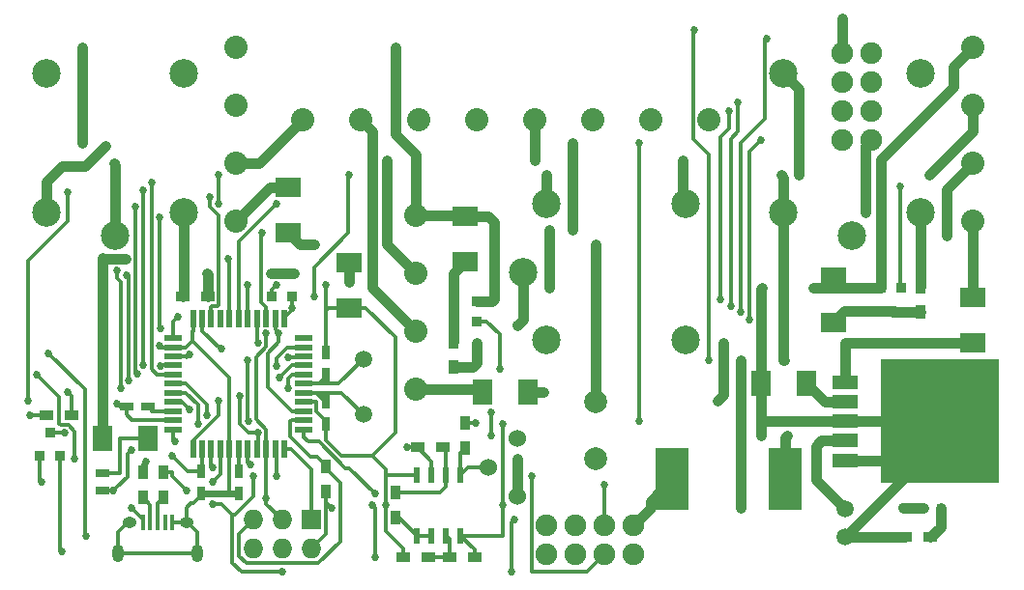
<source format=gtl>
G04 #@! TF.FileFunction,Copper,L1,Top,Signal*
%FSLAX46Y46*%
G04 Gerber Fmt 4.6, Leading zero omitted, Abs format (unit mm)*
G04 Created by KiCad (PCBNEW (2014-12-04 BZR 5312)-product) date 2/1/2015 4:22:24 PM*
%MOMM*%
G01*
G04 APERTURE LIST*
%ADD10C,0.100000*%
%ADD11R,0.550000X1.500000*%
%ADD12R,1.500000X0.550000*%
%ADD13C,1.905000*%
%ADD14C,1.501140*%
%ADD15C,2.000000*%
%ADD16R,1.800860X2.199640*%
%ADD17R,2.900000X5.400000*%
%ADD18C,1.500000*%
%ADD19R,1.200000X0.900000*%
%ADD20R,0.797560X0.797560*%
%ADD21R,2.286000X1.143000*%
%ADD22R,10.410000X10.800000*%
%ADD23C,2.500000*%
%ADD24C,2.032000*%
%ADD25R,0.750000X1.200000*%
%ADD26R,1.200000X0.750000*%
%ADD27R,0.400000X1.350000*%
%ADD28O,1.250000X0.950000*%
%ADD29O,1.000000X1.550000*%
%ADD30R,2.199640X1.800860*%
%ADD31R,1.143000X0.635000*%
%ADD32R,1.727200X1.727200*%
%ADD33O,1.727200X1.727200*%
%ADD34R,0.914400X0.914400*%
%ADD35R,0.900000X1.200000*%
%ADD36C,1.524000*%
%ADD37R,0.599440X1.399540*%
%ADD38C,0.685800*%
%ADD39C,0.889000*%
%ADD40C,0.914400*%
%ADD41C,0.304800*%
%ADD42C,0.609600*%
G04 APERTURE END LIST*
D10*
D11*
X81852000Y-59294000D03*
X82652000Y-59294000D03*
X83452000Y-59294000D03*
X84252000Y-59294000D03*
X85052000Y-59294000D03*
X85852000Y-59294000D03*
X86652000Y-59294000D03*
X87452000Y-59294000D03*
X88252000Y-59294000D03*
X89052000Y-59294000D03*
X89852000Y-59294000D03*
D12*
X91552000Y-57594000D03*
X91552000Y-56794000D03*
X91552000Y-55994000D03*
X91552000Y-55194000D03*
X91552000Y-54394000D03*
X91552000Y-53594000D03*
X91552000Y-52794000D03*
X91552000Y-51994000D03*
X91552000Y-51194000D03*
X91552000Y-50394000D03*
X91552000Y-49594000D03*
D11*
X89852000Y-47894000D03*
X89052000Y-47894000D03*
X88252000Y-47894000D03*
X87452000Y-47894000D03*
X86652000Y-47894000D03*
X85852000Y-47894000D03*
X85052000Y-47894000D03*
X84252000Y-47894000D03*
X83452000Y-47894000D03*
X82652000Y-47894000D03*
X81852000Y-47894000D03*
D12*
X80152000Y-49594000D03*
X80152000Y-50394000D03*
X80152000Y-51194000D03*
X80152000Y-51994000D03*
X80152000Y-52794000D03*
X80152000Y-53594000D03*
X80152000Y-54394000D03*
X80152000Y-55194000D03*
X80152000Y-55994000D03*
X80152000Y-56794000D03*
X80152000Y-57594000D03*
D13*
X120396000Y-66040000D03*
X117856000Y-66040000D03*
X115316000Y-66040000D03*
X112776000Y-66040000D03*
X120396000Y-68580000D03*
X117856000Y-68580000D03*
X115316000Y-68580000D03*
X112776000Y-68580000D03*
D14*
X96774000Y-51407060D03*
X96774000Y-56288940D03*
D15*
X117094000Y-60158000D03*
X117094000Y-55158000D03*
D13*
X141224000Y-24638000D03*
X138684000Y-24638000D03*
X141224000Y-27178000D03*
X138684000Y-27178000D03*
X141224000Y-29718000D03*
X138684000Y-29718000D03*
X141224000Y-32258000D03*
X138684000Y-32258000D03*
D16*
X131597400Y-53594000D03*
X135610600Y-53594000D03*
D17*
X133728000Y-61976000D03*
X123828000Y-61976000D03*
D18*
X138938000Y-67036000D03*
X138938000Y-64536000D03*
D19*
X144188000Y-67056000D03*
X146388000Y-67056000D03*
D20*
X145808700Y-64516000D03*
X147307300Y-64516000D03*
D21*
X138938000Y-55196740D03*
D22*
X147263000Y-56896000D03*
D21*
X138938000Y-58595260D03*
X138938000Y-56896000D03*
X138938000Y-53494940D03*
X138938000Y-60297060D03*
D23*
X112776000Y-49784000D03*
X112776000Y-37784000D03*
X124976000Y-37784000D03*
X124976000Y-49784000D03*
X110776000Y-43784000D03*
X81026000Y-38608000D03*
X69026000Y-38608000D03*
X69026000Y-26408000D03*
X81026000Y-26408000D03*
X75026000Y-40608000D03*
D16*
X77952600Y-58420000D03*
X73939400Y-58420000D03*
D23*
X145542000Y-38608000D03*
X133542000Y-38608000D03*
X133542000Y-26408000D03*
X145542000Y-26408000D03*
X139542000Y-40608000D03*
D24*
X101346000Y-43942000D03*
X101346000Y-49022000D03*
X101346000Y-54102000D03*
X101346000Y-38862000D03*
X85598000Y-29210000D03*
X85598000Y-34290000D03*
X85598000Y-39370000D03*
X85598000Y-24130000D03*
X150114000Y-29210000D03*
X150114000Y-34290000D03*
X150114000Y-39370000D03*
X150114000Y-24130000D03*
D25*
X85852000Y-61280000D03*
X85852000Y-63180000D03*
X82550000Y-63180000D03*
X82550000Y-61280000D03*
X93472000Y-52766000D03*
X93472000Y-50866000D03*
X93472000Y-55184000D03*
X93472000Y-57084000D03*
D26*
X76012000Y-55626000D03*
X77912000Y-55626000D03*
D27*
X77470000Y-65786000D03*
X78120000Y-65786000D03*
X78770000Y-65786000D03*
X79420000Y-65786000D03*
X80070000Y-65786000D03*
D28*
X76270000Y-65786000D03*
X81270000Y-65786000D03*
D29*
X75270000Y-68486000D03*
X82270000Y-68486000D03*
D30*
X150114000Y-45999400D03*
X150114000Y-50012600D03*
D16*
X107213400Y-54356000D03*
X111226600Y-54356000D03*
D30*
X90170000Y-36347400D03*
X90170000Y-40360600D03*
X105664000Y-38887400D03*
X105664000Y-42900600D03*
X95504000Y-46964600D03*
X95504000Y-42951400D03*
X137922000Y-44221400D03*
X137922000Y-48234600D03*
D31*
X73914000Y-61468000D03*
X73914000Y-62992000D03*
D24*
X106680000Y-30480000D03*
X111760000Y-30480000D03*
X101600000Y-30480000D03*
X116840000Y-30480000D03*
X96520000Y-30480000D03*
X91440000Y-30480000D03*
X121920000Y-30480000D03*
X127000000Y-30480000D03*
D32*
X92202000Y-65532000D03*
D33*
X92202000Y-68072000D03*
X89662000Y-65532000D03*
X89662000Y-68072000D03*
X87122000Y-65532000D03*
X87122000Y-68072000D03*
D34*
X106680000Y-46355000D03*
X106680000Y-48133000D03*
X104648000Y-47244000D03*
X90551000Y-45974000D03*
X88773000Y-45974000D03*
X89662000Y-43942000D03*
X142113000Y-45212000D03*
X143891000Y-45212000D03*
X143002000Y-47244000D03*
X70231000Y-59944000D03*
X68453000Y-59944000D03*
X69342000Y-57912000D03*
D35*
X77470000Y-63584000D03*
X77470000Y-61384000D03*
X79248000Y-63584000D03*
X79248000Y-61384000D03*
X104648000Y-52154000D03*
X104648000Y-49954000D03*
D19*
X80942000Y-45974000D03*
X83142000Y-45974000D03*
D35*
X145542000Y-45128000D03*
X145542000Y-47328000D03*
D19*
X104310000Y-68834000D03*
X106510000Y-68834000D03*
X100246000Y-68834000D03*
X102446000Y-68834000D03*
D35*
X105664000Y-59266000D03*
X105664000Y-57066000D03*
X99568000Y-65362000D03*
X99568000Y-63162000D03*
X93472000Y-60876000D03*
X93472000Y-63076000D03*
D19*
X103716000Y-59182000D03*
X101516000Y-59182000D03*
X71204000Y-56388000D03*
X69004000Y-56388000D03*
D36*
X107696000Y-60960000D03*
X110236000Y-58420000D03*
X110236000Y-63500000D03*
D37*
X101473000Y-61595000D03*
X101473000Y-66929000D03*
X102743000Y-61595000D03*
X104013000Y-61595000D03*
X105283000Y-61595000D03*
X102743000Y-66929000D03*
X104013000Y-66929000D03*
X105283000Y-66929000D03*
D38*
X111760000Y-34036000D03*
X124714000Y-34036000D03*
X98806000Y-34036000D03*
D39*
X110236000Y-48514000D03*
D38*
X70358000Y-68326000D03*
X78905110Y-50292000D03*
X75184000Y-55372000D03*
X93472000Y-44958000D03*
X138684000Y-21590000D03*
X110236000Y-60198000D03*
X98711599Y-64243737D03*
X90551000Y-46937848D03*
X99568000Y-24130000D03*
X131657154Y-45212000D03*
X108204000Y-40131617D03*
X113030000Y-40132000D03*
X113030000Y-45212000D03*
X136144000Y-45212000D03*
X67437000Y-55118000D03*
X72136000Y-32512000D03*
X72136000Y-24130000D03*
X131572000Y-58166000D03*
X70866000Y-36830000D03*
X74930000Y-34290000D03*
X134874000Y-35306000D03*
X146304000Y-35306000D03*
X115062000Y-32512000D03*
X115062000Y-40132000D03*
X147828000Y-40640000D03*
X112522000Y-54356000D03*
X75946000Y-42672000D03*
X138938000Y-50038000D03*
X128270000Y-50038000D03*
X127762000Y-55118000D03*
X117094000Y-41402000D03*
X92456000Y-41402000D03*
X86868000Y-60706000D03*
X76454000Y-59436000D03*
X74899106Y-62992000D03*
X76454000Y-64516000D03*
X80010000Y-59944000D03*
X80264000Y-58674000D03*
X93980000Y-64516000D03*
X95510057Y-35306000D03*
X92461385Y-45979385D03*
X74168000Y-32766000D03*
X70868575Y-54353425D03*
X89364474Y-49119355D03*
X80518000Y-47752000D03*
X140716000Y-38608000D03*
X106596000Y-57066000D03*
X108966000Y-57150000D03*
X108966000Y-64262000D03*
X121920000Y-64516000D03*
X129794000Y-64516000D03*
X129794000Y-51562000D03*
X133604000Y-51562000D03*
X112776000Y-35306000D03*
X133350000Y-35306000D03*
D39*
X144018000Y-64516000D03*
D38*
X95504000Y-44704000D03*
X90678000Y-43942000D03*
X88646000Y-43942000D03*
X83058000Y-43942000D03*
X137213340Y-55196740D03*
X133858000Y-58166000D03*
X70612000Y-57912000D03*
X67564000Y-56388000D03*
X76073000Y-44069000D03*
X76200000Y-53340000D03*
X84963000Y-42672000D03*
X69219357Y-50931357D03*
X72517000Y-66929000D03*
X109982000Y-65532000D03*
X109728000Y-70104000D03*
X89154000Y-61722000D03*
X87122000Y-61722000D03*
X83566000Y-64135000D03*
X71501000Y-60198000D03*
X68199000Y-52832000D03*
X89662000Y-70104000D03*
X90170000Y-53975000D03*
X75509118Y-54013110D03*
X75184000Y-43649910D03*
X88252000Y-63665089D03*
X97536000Y-64243728D03*
X97790000Y-68834000D03*
X88265000Y-49164702D03*
X78994000Y-48768000D03*
X78905110Y-38989000D03*
X89408000Y-53086000D03*
X76796890Y-38100000D03*
X76962000Y-52705000D03*
X83312000Y-37211000D03*
X77470000Y-36652220D03*
X77470000Y-51943000D03*
X78994000Y-52070000D03*
X78232000Y-35979110D03*
X84074000Y-35306000D03*
X84074000Y-37846000D03*
X87884000Y-40386000D03*
X106680000Y-50038000D03*
X81534000Y-55880000D03*
X117856000Y-62484000D03*
X82296000Y-57150000D03*
X111506000Y-61722000D03*
X132080000Y-23368000D03*
X129794000Y-47332890D03*
X90170000Y-51308000D03*
X85940890Y-54648110D03*
X125730000Y-22606000D03*
X127000000Y-51562000D03*
X87591890Y-57912000D03*
X84328000Y-50546000D03*
X128936215Y-46824890D03*
X129540000Y-28956000D03*
X120904000Y-32512000D03*
X120904000Y-56896000D03*
X107950000Y-56134000D03*
X107950000Y-58166000D03*
X83058000Y-56388000D03*
X128016000Y-46228000D03*
X128778000Y-29718000D03*
X87591890Y-50038000D03*
X130556000Y-48006000D03*
X131572000Y-32258000D03*
X89154000Y-52070000D03*
X84074000Y-55118000D03*
X108712000Y-52324000D03*
X86614000Y-44958000D03*
X89154000Y-44958000D03*
X143764000Y-36322000D03*
X89154000Y-37846000D03*
X97790000Y-63246000D03*
X68580000Y-62230000D03*
X83566000Y-60960000D03*
X77724000Y-60452000D03*
X83566000Y-62230000D03*
X81280000Y-62992000D03*
X86724461Y-56896000D03*
X86614000Y-51562000D03*
X81534000Y-51054000D03*
X100584000Y-59182000D03*
D40*
X111760000Y-30480000D02*
X111760000Y-34036000D01*
X124714000Y-37522000D02*
X124976000Y-37784000D01*
X124714000Y-34036000D02*
X124714000Y-37522000D01*
X98806000Y-41402000D02*
X101346000Y-43942000D01*
X98806000Y-34036000D02*
X98806000Y-41402000D01*
X96520000Y-30480000D02*
X97535999Y-31495999D01*
X97535999Y-31495999D02*
X97535999Y-45211999D01*
X97535999Y-45211999D02*
X100330001Y-48006001D01*
X100330001Y-48006001D02*
X101346000Y-49022000D01*
X110776000Y-43784000D02*
X110776000Y-47974000D01*
X110776000Y-47974000D02*
X110236000Y-48514000D01*
X106959400Y-54102000D02*
X107213400Y-54356000D01*
X101346000Y-54102000D02*
X106959400Y-54102000D01*
D41*
X98711599Y-61816401D02*
X98711599Y-61119599D01*
X98711599Y-61119599D02*
X97536000Y-59944000D01*
X93472000Y-57084000D02*
X93472000Y-58549126D01*
X93472000Y-58549126D02*
X94866874Y-59944000D01*
X94866874Y-59944000D02*
X97536000Y-59944000D01*
X97536000Y-59944000D02*
X99568000Y-57912000D01*
X99568000Y-57912000D02*
X99568000Y-49530000D01*
X99568000Y-49530000D02*
X97002600Y-46964600D01*
X97002600Y-46964600D02*
X95504000Y-46964600D01*
X85052000Y-59294000D02*
X85052000Y-63059800D01*
X85052000Y-63059800D02*
X85172200Y-63180000D01*
X85172200Y-63180000D02*
X85852000Y-63180000D01*
X70231000Y-59944000D02*
X70231000Y-68199000D01*
X70231000Y-68199000D02*
X70358000Y-68326000D01*
X85052000Y-59294000D02*
X85052000Y-53076800D01*
X85052000Y-53076800D02*
X81788000Y-49812800D01*
X80152000Y-50394000D02*
X79007110Y-50394000D01*
X79007110Y-50394000D02*
X78905110Y-50292000D01*
X93472000Y-57084000D02*
X93472000Y-56859000D01*
X93472000Y-56859000D02*
X92632201Y-56019201D01*
X92632201Y-56019201D02*
X92632201Y-55219401D01*
X92632201Y-55219401D02*
X92606800Y-55194000D01*
X92606800Y-55194000D02*
X91552000Y-55194000D01*
X80152000Y-56794000D02*
X76500200Y-56794000D01*
X76500200Y-56794000D02*
X76012000Y-56305800D01*
X76012000Y-56305800D02*
X76012000Y-55626000D01*
X76012000Y-55626000D02*
X75438000Y-55626000D01*
X75438000Y-55626000D02*
X75184000Y-55372000D01*
X93472000Y-44958000D02*
X93472000Y-47244000D01*
D40*
X138684000Y-24638000D02*
X138684000Y-21590000D01*
X110236000Y-60198000D02*
X110236000Y-63500000D01*
D41*
X81788000Y-49012800D02*
X81788000Y-49812800D01*
X81788000Y-49812800D02*
X81206800Y-50394000D01*
X81206800Y-50394000D02*
X80152000Y-50394000D01*
X81852000Y-47894000D02*
X81852000Y-48948800D01*
X81852000Y-48948800D02*
X81788000Y-49012800D01*
X95504000Y-46964600D02*
X93751400Y-46964600D01*
X93751400Y-46964600D02*
X93472000Y-47244000D01*
X90551000Y-47117000D02*
X90551000Y-46937848D01*
X90551000Y-46937848D02*
X90551000Y-45974000D01*
X93472000Y-50866000D02*
X93472000Y-47244000D01*
X89852000Y-47816000D02*
X90551000Y-47117000D01*
X89852000Y-47894000D02*
X89852000Y-47816000D01*
D40*
X99568000Y-31750000D02*
X101346000Y-33528000D01*
X101346000Y-33528000D02*
X101346000Y-38862000D01*
X99568000Y-24130000D02*
X99568000Y-31750000D01*
X131597400Y-53594000D02*
X131597400Y-45271754D01*
X131597400Y-45271754D02*
X131657154Y-45212000D01*
X108204000Y-39413180D02*
X108204000Y-40131617D01*
X108204000Y-40131617D02*
X108204000Y-46202600D01*
X113030000Y-45212000D02*
X113030000Y-40132000D01*
X138912600Y-45212000D02*
X136144000Y-45212000D01*
D41*
X70866000Y-39370000D02*
X67437000Y-42799000D01*
X67437000Y-42799000D02*
X67437000Y-55118000D01*
X70866000Y-39106698D02*
X70866000Y-39370000D01*
X70866000Y-36830000D02*
X70866000Y-39106698D01*
D40*
X72136000Y-24130000D02*
X72136000Y-32512000D01*
D42*
X85852000Y-63180000D02*
X82550000Y-63180000D01*
D41*
X81270000Y-65786000D02*
X80070000Y-65786000D01*
X82270000Y-68486000D02*
X81465200Y-68486000D01*
X81465200Y-68486000D02*
X75270000Y-68486000D01*
X82270000Y-68486000D02*
X82270000Y-66636000D01*
X82270000Y-66636000D02*
X81420000Y-65786000D01*
X81420000Y-65786000D02*
X81270000Y-65786000D01*
X75270000Y-68486000D02*
X75270000Y-66636000D01*
X75270000Y-66636000D02*
X76120000Y-65786000D01*
X76120000Y-65786000D02*
X76270000Y-65786000D01*
X98786935Y-64168401D02*
X98786935Y-64361543D01*
X98786935Y-64361543D02*
X98711599Y-64436879D01*
X98711599Y-64436879D02*
X98711599Y-66544799D01*
X98711599Y-66544799D02*
X100246000Y-68079200D01*
X100246000Y-68079200D02*
X100246000Y-68834000D01*
X98711599Y-61816401D02*
X98711599Y-64243737D01*
X98786935Y-64168401D02*
X98711599Y-64243737D01*
X98933000Y-61595000D02*
X98711599Y-61816401D01*
X101473000Y-61595000D02*
X98933000Y-61595000D01*
D40*
X142113000Y-35687000D02*
X142113000Y-45212000D01*
X138912600Y-45212000D02*
X137922000Y-44221400D01*
X142113000Y-45212000D02*
X138912600Y-45212000D01*
D41*
X85090000Y-59256000D02*
X85052000Y-59294000D01*
X82550000Y-63405000D02*
X82550000Y-63180000D01*
X81870200Y-64084800D02*
X82550000Y-63405000D01*
X81645200Y-64084800D02*
X81870200Y-64084800D01*
X81270000Y-64460000D02*
X81645200Y-64084800D01*
X81270000Y-65786000D02*
X81270000Y-64460000D01*
D40*
X148462999Y-25781001D02*
X148462999Y-27559001D01*
X150114000Y-24130000D02*
X148462999Y-25781001D01*
X142113000Y-33909000D02*
X142113000Y-35687000D01*
X148462999Y-27559001D02*
X142113000Y-33909000D01*
X143998000Y-67036000D02*
X144018000Y-67056000D01*
X144018000Y-67056000D02*
X144188000Y-67056000D01*
X138938000Y-67036000D02*
X143998000Y-67036000D01*
X138938000Y-67036000D02*
X147263000Y-58711000D01*
X138938000Y-60297060D02*
X143861940Y-60297060D01*
X147263000Y-58711000D02*
X147263000Y-56896000D01*
X143861940Y-60297060D02*
X147263000Y-56896000D01*
X138938000Y-56896000D02*
X147263000Y-56896000D01*
X131572000Y-53619400D02*
X131597400Y-53594000D01*
X136873401Y-56888801D02*
X131572000Y-56888801D01*
X136880600Y-56896000D02*
X136873401Y-56888801D01*
X138938000Y-56896000D02*
X136880600Y-56896000D01*
X131572000Y-56888801D02*
X131572000Y-53619400D01*
X131572000Y-58166000D02*
X131572000Y-56888801D01*
X105638600Y-38862000D02*
X105664000Y-38887400D01*
X101346000Y-38862000D02*
X105638600Y-38862000D01*
X108051600Y-46355000D02*
X106680000Y-46355000D01*
X108204000Y-46202600D02*
X108051600Y-46355000D01*
X107678220Y-38887400D02*
X108204000Y-39413180D01*
X105664000Y-38887400D02*
X107678220Y-38887400D01*
X75026000Y-40608000D02*
X75026000Y-34386000D01*
X75026000Y-34386000D02*
X74930000Y-34290000D01*
X87630000Y-34290000D02*
X91440000Y-30480000D01*
X85598000Y-34290000D02*
X87630000Y-34290000D01*
X88620600Y-36347400D02*
X85598000Y-39370000D01*
X90170000Y-36347400D02*
X88620600Y-36347400D01*
X134874000Y-35306000D02*
X134874000Y-27740000D01*
X134874000Y-27740000D02*
X133542000Y-26408000D01*
X133604000Y-26470000D02*
X133542000Y-26408000D01*
X150114000Y-31496000D02*
X146304000Y-35306000D01*
X150114000Y-29210000D02*
X150114000Y-31496000D01*
X115062000Y-40132000D02*
X115062000Y-32512000D01*
X150114000Y-34290000D02*
X147828000Y-36576000D01*
X147828000Y-36576000D02*
X147828000Y-40640000D01*
X139446000Y-40512000D02*
X139542000Y-40608000D01*
X150114000Y-39370000D02*
X150114000Y-45999400D01*
X111226600Y-54356000D02*
X112522000Y-54356000D01*
X73939400Y-42570400D02*
X74041000Y-42672000D01*
X74041000Y-42672000D02*
X75946000Y-42672000D01*
X73939400Y-58420000D02*
X73939400Y-42570400D01*
X138938000Y-53494940D02*
X138938000Y-52009040D01*
X138938000Y-52009040D02*
X138934140Y-52005180D01*
X139467540Y-50012600D02*
X150114000Y-50012600D01*
X138938000Y-52009040D02*
X138938000Y-50038000D01*
X128270000Y-54610000D02*
X127762000Y-55118000D01*
X128270000Y-50038000D02*
X128270000Y-54610000D01*
X139442140Y-50038000D02*
X138938000Y-50038000D01*
X139467540Y-50012600D02*
X139442140Y-50038000D01*
X117094000Y-55158000D02*
X117094000Y-41402000D01*
X91211400Y-41402000D02*
X90170000Y-40360600D01*
X92456000Y-41402000D02*
X91211400Y-41402000D01*
D41*
X85852000Y-59294000D02*
X85852000Y-61280000D01*
X86868000Y-60706000D02*
X86652000Y-60490000D01*
X86652000Y-60490000D02*
X86652000Y-59294000D01*
X76454000Y-59436000D02*
X76111101Y-59778899D01*
X76111101Y-59778899D02*
X76111101Y-61780005D01*
X76111101Y-61780005D02*
X75242005Y-62649101D01*
X75242005Y-62649101D02*
X74899106Y-62992000D01*
X74899106Y-62992000D02*
X73914000Y-62992000D01*
X77470000Y-65786000D02*
X77470000Y-65532000D01*
X77470000Y-65532000D02*
X76454000Y-64516000D01*
X82550000Y-61280000D02*
X81346000Y-61280000D01*
X81346000Y-61280000D02*
X80010000Y-59944000D01*
X82652000Y-59294000D02*
X82652000Y-61178000D01*
X82652000Y-61178000D02*
X82550000Y-61280000D01*
X77470000Y-65786000D02*
X77470000Y-65311000D01*
X94587060Y-53594000D02*
X92640033Y-53594000D01*
X92640033Y-53594000D02*
X91552000Y-53594000D01*
X93472000Y-52766000D02*
X93472000Y-52991000D01*
X93472000Y-52991000D02*
X92869000Y-53594000D01*
X92869000Y-53594000D02*
X92640033Y-53594000D01*
X96774000Y-51407060D02*
X94587060Y-53594000D01*
X92786800Y-53594000D02*
X92606800Y-53594000D01*
X92606800Y-53594000D02*
X91552000Y-53594000D01*
X96774000Y-56288940D02*
X94879060Y-54394000D01*
X94879060Y-54394000D02*
X91552000Y-54394000D01*
X91552000Y-54394000D02*
X92682000Y-54394000D01*
X92682000Y-54394000D02*
X93472000Y-55184000D01*
X80152000Y-55994000D02*
X78280000Y-55994000D01*
X78280000Y-55994000D02*
X78166000Y-55880000D01*
X80152000Y-57594000D02*
X80152000Y-58562000D01*
X80152000Y-58562000D02*
X80264000Y-58674000D01*
X93472000Y-63076000D02*
X93472000Y-64008000D01*
X93472000Y-64008000D02*
X93980000Y-64516000D01*
X95474788Y-40386000D02*
X95474788Y-35341269D01*
X95474788Y-35341269D02*
X95510057Y-35306000D01*
X92461385Y-45979385D02*
X92461385Y-43399403D01*
X92461385Y-43399403D02*
X95474788Y-40386000D01*
D40*
X74168000Y-32766000D02*
X72390000Y-34544000D01*
X72390000Y-34544000D02*
X70358000Y-34544000D01*
X70358000Y-34544000D02*
X69026000Y-35876000D01*
X69026000Y-35876000D02*
X69026000Y-38608000D01*
D41*
X71204000Y-56388000D02*
X71204000Y-54688850D01*
X71204000Y-54688850D02*
X70868575Y-54353425D01*
X88392000Y-50916593D02*
X88392000Y-53888800D01*
X88392000Y-53888800D02*
X90497200Y-55994000D01*
X90497200Y-55994000D02*
X91552000Y-55994000D01*
X89364474Y-49119355D02*
X89364474Y-49944119D01*
X89364474Y-49944119D02*
X88392000Y-50916593D01*
X89364474Y-49119355D02*
X89052000Y-48806881D01*
X89052000Y-48806881D02*
X89052000Y-47894000D01*
X80152000Y-49594000D02*
X80152000Y-48118000D01*
X80152000Y-48118000D02*
X80518000Y-47752000D01*
D40*
X140716000Y-38608000D02*
X140716000Y-32766000D01*
X140716000Y-32766000D02*
X141224000Y-32258000D01*
X120396000Y-66040000D02*
X121920000Y-64516000D01*
D41*
X108966000Y-64262000D02*
X108966000Y-57150000D01*
X105283000Y-66929000D02*
X108936078Y-66929000D01*
X108966000Y-64262000D02*
X108966000Y-66899078D01*
X108966000Y-66899078D02*
X108936078Y-66929000D01*
D40*
X121920000Y-64516000D02*
X121920000Y-63884000D01*
X121920000Y-63884000D02*
X123828000Y-61976000D01*
X129794000Y-51562000D02*
X129794000Y-64516000D01*
X133542000Y-38608000D02*
X133542000Y-51500000D01*
X133542000Y-51500000D02*
X133604000Y-51562000D01*
X112776000Y-35306000D02*
X112776000Y-37784000D01*
X133542000Y-38608000D02*
X133542000Y-35498000D01*
X133542000Y-35498000D02*
X133350000Y-35306000D01*
D41*
X106510000Y-68834000D02*
X106510000Y-68156000D01*
X106510000Y-68156000D02*
X105283000Y-66929000D01*
X106596000Y-57066000D02*
X105664000Y-57066000D01*
X106360000Y-68834000D02*
X106510000Y-68834000D01*
X93472000Y-63980800D02*
X93472000Y-63076000D01*
X93472001Y-66801999D02*
X93472000Y-63980800D01*
X92202000Y-68072000D02*
X93472001Y-66801999D01*
D40*
X123828000Y-63226000D02*
X123828000Y-61976000D01*
X136398000Y-59077860D02*
X136398000Y-61996000D01*
X136398000Y-61996000D02*
X138938000Y-64536000D01*
X144018000Y-64516000D02*
X145808700Y-64516000D01*
X138938000Y-58595260D02*
X136880600Y-58595260D01*
X136880600Y-58595260D02*
X136398000Y-59077860D01*
D41*
X78120000Y-65786000D02*
X78120000Y-64234000D01*
X78120000Y-64234000D02*
X77470000Y-63584000D01*
X78770000Y-65786000D02*
X78770000Y-64062000D01*
X78770000Y-64062000D02*
X79248000Y-63584000D01*
D40*
X104648000Y-43916600D02*
X104648000Y-47244000D01*
X105664000Y-42900600D02*
X104648000Y-43916600D01*
X104648000Y-49954000D02*
X104648000Y-47244000D01*
X95504000Y-44704000D02*
X95504000Y-42951400D01*
X89662000Y-43942000D02*
X90678000Y-43942000D01*
X88646000Y-43942000D02*
X89662000Y-43942000D01*
X83142000Y-45974000D02*
X83142000Y-44026000D01*
X83142000Y-44026000D02*
X83058000Y-43942000D01*
D42*
X143086000Y-47328000D02*
X143002000Y-47244000D01*
D40*
X145542000Y-47328000D02*
X143086000Y-47328000D01*
X138912600Y-47244000D02*
X137922000Y-48234600D01*
X143002000Y-47244000D02*
X138912600Y-47244000D01*
D41*
X77952600Y-58420000D02*
X75438000Y-58420000D01*
X75438000Y-58420000D02*
X75438000Y-61468000D01*
X75438000Y-61468000D02*
X75103990Y-61468000D01*
X75103990Y-61468000D02*
X73914000Y-61468000D01*
X77952600Y-58619390D02*
X77952600Y-58420000D01*
D40*
X133728000Y-61976000D02*
X133728000Y-58296000D01*
X133728000Y-58296000D02*
X133858000Y-58166000D01*
X138938000Y-55196740D02*
X138097260Y-55196740D01*
X138097260Y-55196740D02*
X138052616Y-55152096D01*
X134568740Y-62816740D02*
X133728000Y-61976000D01*
X134594600Y-61109400D02*
X133728000Y-61976000D01*
X137213340Y-55196740D02*
X138938000Y-55196740D01*
X135610600Y-53594000D02*
X137213340Y-55196740D01*
X146388000Y-67056000D02*
X147307300Y-66136700D01*
X147307300Y-66136700D02*
X147307300Y-64516000D01*
D41*
X69342000Y-57912000D02*
X70612000Y-57912000D01*
X69004000Y-56388000D02*
X67564000Y-56388000D01*
X76200000Y-53340000D02*
X76200000Y-44196000D01*
X76200000Y-44196000D02*
X76073000Y-44069000D01*
X85052000Y-47894000D02*
X85052000Y-42761000D01*
X85052000Y-42761000D02*
X84963000Y-42672000D01*
X72390000Y-54102000D02*
X69219357Y-50931357D01*
X69219357Y-50931357D02*
X69088000Y-50800000D01*
X72390000Y-55245000D02*
X72390000Y-54102000D01*
X72390000Y-55245000D02*
X72390000Y-66802000D01*
X72390000Y-66802000D02*
X72517000Y-66929000D01*
X92202000Y-61064200D02*
X90431800Y-59294000D01*
X90431800Y-59294000D02*
X89852000Y-59294000D01*
X92202000Y-61064200D02*
X92202000Y-65532000D01*
X109728000Y-70104000D02*
X109728000Y-65786000D01*
X109728000Y-65786000D02*
X109982000Y-65532000D01*
X89154000Y-61722000D02*
X89154000Y-59396000D01*
X89154000Y-59396000D02*
X89052000Y-59294000D01*
X87122000Y-63500000D02*
X87122000Y-61722000D01*
X83566000Y-64135000D02*
X84353378Y-64135000D01*
X84353378Y-64135000D02*
X85293189Y-65074811D01*
X68199000Y-52832000D02*
X70129401Y-54762401D01*
X70129401Y-54762401D02*
X70129401Y-57079389D01*
X70129401Y-57079389D02*
X70288911Y-57238899D01*
X70288911Y-57238899D02*
X70935089Y-57238899D01*
X70935089Y-57238899D02*
X71501000Y-57804810D01*
X71501000Y-57804810D02*
X71501000Y-60198000D01*
X86106000Y-70104000D02*
X85293189Y-69291189D01*
X85293189Y-69291189D02*
X85293189Y-65074811D01*
X89662000Y-70104000D02*
X86106000Y-70104000D01*
X85547189Y-65074811D02*
X87122000Y-63500000D01*
X85293189Y-65074811D02*
X85547189Y-65074811D01*
X90170000Y-53975000D02*
X90170000Y-53121200D01*
X90170000Y-53121200D02*
X90497200Y-52794000D01*
X90497200Y-52794000D02*
X91552000Y-52794000D01*
X75184000Y-44323000D02*
X75509118Y-44648118D01*
X75509118Y-44648118D02*
X75509118Y-54013110D01*
X75184000Y-43649910D02*
X75184000Y-44323000D01*
X88252000Y-63665089D02*
X88252000Y-63218484D01*
X88252000Y-64122000D02*
X88252000Y-63665089D01*
X97790000Y-68580000D02*
X97790000Y-64497728D01*
X97790000Y-64497728D02*
X97536000Y-64243728D01*
X88265000Y-49164702D02*
X88265000Y-50361080D01*
X88265000Y-50361080D02*
X87376000Y-51250080D01*
X87376000Y-51250080D02*
X87376000Y-56699920D01*
X87376000Y-56699920D02*
X88264991Y-57588911D01*
X88264991Y-57588911D02*
X88264991Y-58226209D01*
X88264991Y-58226209D02*
X88252000Y-58239200D01*
X88252000Y-58239200D02*
X88252000Y-59294000D01*
X97790000Y-68580000D02*
X97790000Y-68834000D01*
X88252000Y-63218484D02*
X88252000Y-59294000D01*
X88265000Y-59281000D02*
X88252000Y-59294000D01*
X78905110Y-38989000D02*
X78905110Y-48679110D01*
X78905110Y-48679110D02*
X78994000Y-48768000D01*
X88252000Y-64122000D02*
X89662000Y-65532000D01*
X89408000Y-53086000D02*
X90500000Y-51994000D01*
X90500000Y-51994000D02*
X91552000Y-51994000D01*
X76796890Y-38989000D02*
X76796890Y-38100000D01*
X76796890Y-38989000D02*
X76796890Y-52539890D01*
X76796890Y-52539890D02*
X76962000Y-52705000D01*
X83452000Y-47894000D02*
X83452000Y-46839200D01*
X83452000Y-46839200D02*
X83529790Y-46761410D01*
X83529790Y-46761410D02*
X83998952Y-46761410D01*
X83998952Y-46761410D02*
X84072201Y-46688161D01*
X84072201Y-46688161D02*
X84072201Y-38840391D01*
X84072201Y-38840391D02*
X83312000Y-38080190D01*
X83312000Y-38080190D02*
X83312000Y-37211000D01*
X77470000Y-51943000D02*
X77470000Y-36652220D01*
X80152000Y-51994000D02*
X79070000Y-51994000D01*
X79070000Y-51994000D02*
X78994000Y-52070000D01*
X80152000Y-52794000D02*
X78702000Y-52794000D01*
X78702000Y-52794000D02*
X78232000Y-52324000D01*
X78232000Y-52324000D02*
X78232000Y-46054638D01*
X78232000Y-46054638D02*
X78232000Y-35979110D01*
X84074000Y-37846000D02*
X84074000Y-35306000D01*
X88252000Y-47894000D02*
X88252000Y-46839200D01*
X88252000Y-46839200D02*
X87858590Y-46445790D01*
X87858590Y-46445790D02*
X87858590Y-40411410D01*
X87858590Y-40411410D02*
X87884000Y-40386000D01*
D40*
X104648000Y-52154000D02*
X106342000Y-52154000D01*
X106342000Y-52154000D02*
X106680000Y-51816000D01*
X106680000Y-51816000D02*
X106680000Y-50038000D01*
X81026000Y-38608000D02*
X81026000Y-45890000D01*
X81026000Y-45890000D02*
X80942000Y-45974000D01*
X145542000Y-38608000D02*
X145542000Y-45128000D01*
D41*
X94742000Y-62296000D02*
X93472000Y-61026000D01*
X93472000Y-61026000D02*
X93472000Y-60876000D01*
X87122000Y-65532000D02*
X85851999Y-66802001D01*
X85851999Y-66802001D02*
X85851999Y-68681601D01*
X85851999Y-68681601D02*
X86512399Y-69342001D01*
X86512399Y-69342001D02*
X92811601Y-69342001D01*
X92811601Y-69342001D02*
X94742000Y-67411602D01*
X93472000Y-60876000D02*
X93472000Y-60726000D01*
X93472000Y-60726000D02*
X92717200Y-59971200D01*
X92717200Y-59971200D02*
X92172678Y-59971200D01*
X92172678Y-59971200D02*
X90395599Y-58194121D01*
X90395599Y-58194121D02*
X90395599Y-56895601D01*
X90395599Y-56895601D02*
X90497200Y-56794000D01*
X90497200Y-56794000D02*
X91552000Y-56794000D01*
X94742000Y-67411602D02*
X94742000Y-62296000D01*
X117856000Y-66040000D02*
X117856000Y-62484000D01*
X80152000Y-55194000D02*
X80848000Y-55194000D01*
X80848000Y-55194000D02*
X81534000Y-55880000D01*
X82296000Y-57150000D02*
X82296000Y-55448220D01*
X82296000Y-55448220D02*
X81241780Y-54394000D01*
X81241780Y-54394000D02*
X80152000Y-54394000D01*
X111506000Y-70104000D02*
X111493299Y-70091299D01*
X111493299Y-70091299D02*
X111493299Y-61734701D01*
X111493299Y-61734701D02*
X111506000Y-61722000D01*
X116332000Y-70104000D02*
X111506000Y-70104000D01*
X117856000Y-68580000D02*
X116332000Y-70104000D01*
X129794000Y-32512000D02*
X131961799Y-30344201D01*
X131961799Y-30344201D02*
X131961799Y-23486201D01*
X131961799Y-23486201D02*
X132080000Y-23368000D01*
X129794000Y-32766000D02*
X129794000Y-32512000D01*
X129794000Y-47332890D02*
X129794000Y-32766000D01*
X90170000Y-51308000D02*
X91438000Y-51308000D01*
X91438000Y-51308000D02*
X91552000Y-51194000D01*
X87591890Y-57912000D02*
X86744271Y-57912000D01*
X86744271Y-57912000D02*
X85940890Y-57108619D01*
X85940890Y-57108619D02*
X85940890Y-54648110D01*
X125653799Y-32181799D02*
X125653799Y-22682201D01*
X125653799Y-22682201D02*
X125730000Y-22606000D01*
X127000000Y-33528000D02*
X125653799Y-32181799D01*
X127000000Y-51562000D02*
X127000000Y-33528000D01*
X87591890Y-57912000D02*
X87591890Y-59154110D01*
X87591890Y-59154110D02*
X87452000Y-59294000D01*
X82652000Y-47894000D02*
X82652000Y-48948800D01*
X82652000Y-48948800D02*
X84249200Y-50546000D01*
X84249200Y-50546000D02*
X84328000Y-50546000D01*
X128936215Y-32099785D02*
X129540000Y-31496000D01*
X129540000Y-31496000D02*
X129540000Y-28956000D01*
X128936215Y-46824890D02*
X128936215Y-32099785D01*
X82550000Y-47996000D02*
X82652000Y-47894000D01*
X120904000Y-56896000D02*
X120904000Y-32512000D01*
X107950000Y-58166000D02*
X107950000Y-56134000D01*
X81206800Y-53594000D02*
X83058000Y-55445200D01*
X83058000Y-55445200D02*
X83058000Y-56388000D01*
X80152000Y-53594000D02*
X81206800Y-53594000D01*
X128778000Y-31242000D02*
X128016000Y-32004000D01*
X128016000Y-32004000D02*
X128016000Y-46228000D01*
X128778000Y-29718000D02*
X128778000Y-31242000D01*
X87452000Y-47894000D02*
X87452000Y-49898110D01*
X87452000Y-49898110D02*
X87591890Y-50038000D01*
X87591890Y-48033890D02*
X87452000Y-47894000D01*
X131572000Y-32258000D02*
X130556000Y-33274000D01*
X130556000Y-33274000D02*
X130556000Y-48006000D01*
X91552000Y-50394000D02*
X90087810Y-50394000D01*
X90087810Y-50394000D02*
X89154000Y-51327810D01*
X89154000Y-51327810D02*
X89154000Y-51585067D01*
X89154000Y-51585067D02*
X89154000Y-52070000D01*
X84074000Y-56368190D02*
X81852000Y-58590190D01*
X81852000Y-58590190D02*
X81852000Y-59294000D01*
X84074000Y-55118000D02*
X84074000Y-56368190D01*
X107569000Y-48133000D02*
X108712000Y-49276000D01*
X108712000Y-49276000D02*
X108712000Y-52324000D01*
X106680000Y-48133000D02*
X107569000Y-48133000D01*
X86614000Y-44958000D02*
X86614000Y-47856000D01*
X86614000Y-47856000D02*
X86652000Y-47894000D01*
X88773000Y-45974000D02*
X88773000Y-45339000D01*
X88773000Y-45339000D02*
X89154000Y-44958000D01*
X143764000Y-36322000D02*
X143764000Y-45085000D01*
X143764000Y-45085000D02*
X143891000Y-45212000D01*
X85852000Y-47894000D02*
X85852000Y-41148000D01*
X85852000Y-41148000D02*
X89154000Y-37846000D01*
X95224610Y-60984248D02*
X95528248Y-60984248D01*
X95528248Y-60984248D02*
X97790000Y-63246000D01*
X68453000Y-59944000D02*
X68453000Y-62103000D01*
X68453000Y-62103000D02*
X68580000Y-62230000D01*
X95224610Y-60984248D02*
X92914362Y-58674000D01*
X92914362Y-58674000D02*
X91948000Y-58674000D01*
X91948000Y-58674000D02*
X91552000Y-58278000D01*
X91552000Y-58278000D02*
X91552000Y-57594000D01*
X83452000Y-60846000D02*
X83566000Y-60960000D01*
X83452000Y-59294000D02*
X83452000Y-60846000D01*
X77470000Y-60706000D02*
X77724000Y-60452000D01*
X77470000Y-61384000D02*
X77470000Y-60706000D01*
X84252000Y-60630000D02*
X84252000Y-61544000D01*
X84252000Y-61544000D02*
X83566000Y-62230000D01*
X84252000Y-59294000D02*
X84252000Y-60630000D01*
X79248000Y-61384000D02*
X80002800Y-61384000D01*
X80002800Y-61714800D02*
X81280000Y-62992000D01*
X80002800Y-61384000D02*
X80002800Y-61714800D01*
X104310000Y-68834000D02*
X104310000Y-67226000D01*
X104310000Y-67226000D02*
X104013000Y-66929000D01*
X102446000Y-68834000D02*
X104310000Y-68834000D01*
X104267000Y-68791000D02*
X104310000Y-68834000D01*
X107696000Y-60960000D02*
X105918000Y-60960000D01*
X105918000Y-60960000D02*
X105283000Y-61595000D01*
X105283000Y-61595000D02*
X105283000Y-59647000D01*
X105283000Y-59647000D02*
X105664000Y-59266000D01*
X99568000Y-65362000D02*
X99906000Y-65362000D01*
X99906000Y-65362000D02*
X101473000Y-66929000D01*
X101473000Y-66929000D02*
X102743000Y-66929000D01*
X104013000Y-61595000D02*
X104013000Y-59479000D01*
X104013000Y-59479000D02*
X103716000Y-59182000D01*
X99568000Y-63162000D02*
X103450570Y-63162000D01*
X103450570Y-63162000D02*
X104013000Y-62599570D01*
X104013000Y-62599570D02*
X104013000Y-61595000D01*
X86614000Y-51562000D02*
X86614000Y-56785539D01*
X86614000Y-56785539D02*
X86724461Y-56896000D01*
X81280000Y-51308000D02*
X81280000Y-51267200D01*
X81280000Y-51267200D02*
X81206800Y-51194000D01*
X81206800Y-51194000D02*
X80152000Y-51194000D01*
X81534000Y-51054000D02*
X81280000Y-51308000D01*
X101516000Y-59182000D02*
X100584000Y-59182000D01*
X102743000Y-61595000D02*
X102743000Y-60409000D01*
X102743000Y-60409000D02*
X101516000Y-59182000D01*
M02*

</source>
